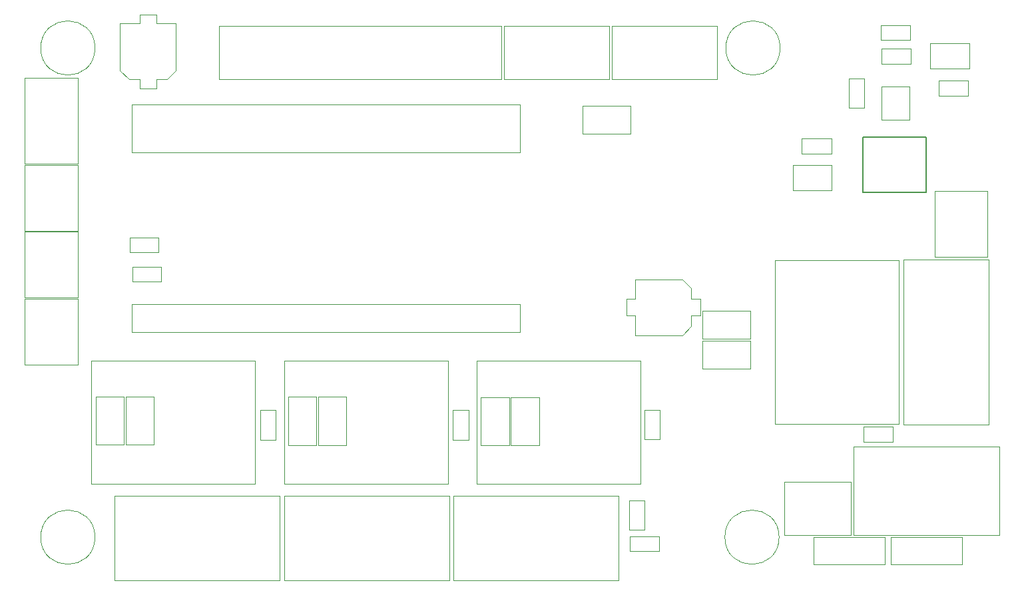
<source format=gbr>
G04 #@! TF.GenerationSoftware,KiCad,Pcbnew,7.0.7+dfsg-1*
G04 #@! TF.CreationDate,2024-09-28T12:15:45+02:00*
G04 #@! TF.ProjectId,motion-board-evoII,6d6f7469-6f6e-42d6-926f-6172642d6576,rev?*
G04 #@! TF.SameCoordinates,Original*
G04 #@! TF.FileFunction,Other,User*
%FSLAX46Y46*%
G04 Gerber Fmt 4.6, Leading zero omitted, Abs format (unit mm)*
G04 Created by KiCad (PCBNEW 7.0.7+dfsg-1) date 2024-09-28 12:15:45*
%MOMM*%
%LPD*%
G01*
G04 APERTURE LIST*
%ADD10C,0.050000*%
%ADD11C,0.100000*%
%ADD12C,0.127000*%
G04 APERTURE END LIST*
D10*
X143462700Y-42530200D02*
X147222700Y-42530200D01*
X143462700Y-44490200D02*
X143462700Y-42530200D01*
X147222700Y-42530200D02*
X147222700Y-44490200D01*
X147222700Y-44490200D02*
X143462700Y-44490200D01*
X107591000Y-38230400D02*
X107591000Y-44330400D01*
X58291000Y-38230400D02*
X107591000Y-38230400D01*
X107591000Y-44330400D02*
X58291000Y-44330400D01*
X58291000Y-44330400D02*
X58291000Y-38230400D01*
X155745400Y-78874400D02*
X140005400Y-78874400D01*
X155745400Y-58054400D02*
X155745400Y-78874400D01*
X140005400Y-78874400D02*
X140005400Y-58054400D01*
X140005400Y-58054400D02*
X155745400Y-58054400D01*
X53568000Y-93298000D02*
G75*
G03*
X53568000Y-93298000I-3450000J0D01*
G01*
X59249600Y-36196000D02*
X61349600Y-36196000D01*
X61349600Y-36196000D02*
X61349600Y-35046000D01*
X57899600Y-35046000D02*
X59249600Y-35046000D01*
X57899600Y-35046000D02*
X56749600Y-33896000D01*
X59249600Y-35046000D02*
X59249600Y-36196000D01*
X61349600Y-35046000D02*
X62699600Y-35046000D01*
X62699600Y-35046000D02*
X63849600Y-33896000D01*
X56749600Y-33896000D02*
X56749600Y-27946000D01*
X63849600Y-33896000D02*
X63849600Y-27946000D01*
X56749600Y-27946000D02*
X59249600Y-27946000D01*
X59249600Y-27946000D02*
X59249600Y-26796000D01*
X61349600Y-27946000D02*
X63849600Y-27946000D01*
X59249600Y-26796000D02*
X61349600Y-26796000D01*
X61349600Y-26796000D02*
X61349600Y-27946000D01*
X160832400Y-35189600D02*
X164592400Y-35189600D01*
X160832400Y-37149600D02*
X160832400Y-35189600D01*
X164592400Y-35189600D02*
X164592400Y-37149600D01*
X164592400Y-37149600D02*
X160832400Y-37149600D01*
X125319400Y-95107800D02*
X121619400Y-95107800D01*
X125319400Y-93207800D02*
X125319400Y-95107800D01*
X121619400Y-95107800D02*
X121619400Y-93207800D01*
X121619400Y-93207800D02*
X125319400Y-93207800D01*
X167086400Y-49247000D02*
X160336400Y-49247000D01*
X160336400Y-49247000D02*
X160336400Y-57647000D01*
X167086400Y-57647000D02*
X167086400Y-49247000D01*
X160336400Y-57647000D02*
X167086400Y-57647000D01*
X130531600Y-65108800D02*
X130531600Y-63008800D01*
X130531600Y-63008800D02*
X129381600Y-63008800D01*
X129381600Y-66458800D02*
X129381600Y-65108800D01*
X129381600Y-66458800D02*
X128231600Y-67608800D01*
X129381600Y-65108800D02*
X130531600Y-65108800D01*
X129381600Y-63008800D02*
X129381600Y-61658800D01*
X129381600Y-61658800D02*
X128231600Y-60508800D01*
X128231600Y-67608800D02*
X122281600Y-67608800D01*
X128231600Y-60508800D02*
X122281600Y-60508800D01*
X122281600Y-67608800D02*
X122281600Y-65108800D01*
X122281600Y-65108800D02*
X121131600Y-65108800D01*
X122281600Y-63008800D02*
X122281600Y-60508800D01*
X121131600Y-65108800D02*
X121131600Y-63008800D01*
X121131600Y-63008800D02*
X122281600Y-63008800D01*
X153496400Y-28183800D02*
X157196400Y-28183800D01*
X153496400Y-30083800D02*
X153496400Y-28183800D01*
X157196400Y-28183800D02*
X157196400Y-30083800D01*
X157196400Y-30083800D02*
X153496400Y-30083800D01*
X51364000Y-62988400D02*
X44614000Y-62988400D01*
X44614000Y-62988400D02*
X44614000Y-71388400D01*
X51364000Y-71388400D02*
X51364000Y-62988400D01*
X44614000Y-71388400D02*
X51364000Y-71388400D01*
X142312300Y-45974200D02*
X147272300Y-45974200D01*
X142312300Y-49174200D02*
X142312300Y-45974200D01*
X147272300Y-45974200D02*
X147272300Y-49174200D01*
X147272300Y-49174200D02*
X142312300Y-49174200D01*
X140563000Y-93298000D02*
G75*
G03*
X140563000Y-93298000I-3450000J0D01*
G01*
X74610400Y-80903300D02*
X74610400Y-77143300D01*
X76570400Y-80903300D02*
X74610400Y-80903300D01*
X74610400Y-77143300D02*
X76570400Y-77143300D01*
X76570400Y-77143300D02*
X76570400Y-80903300D01*
X77598000Y-88016000D02*
X77598000Y-98826000D01*
X77598000Y-98826000D02*
X98598000Y-98826000D01*
X98598000Y-88016000D02*
X77598000Y-88016000D01*
X98598000Y-98826000D02*
X98598000Y-88016000D01*
X77657000Y-86550000D02*
X77657000Y-70810000D01*
X98477000Y-86550000D02*
X77657000Y-86550000D01*
X77657000Y-70810000D02*
X98477000Y-70810000D01*
X98477000Y-70810000D02*
X98477000Y-86550000D01*
X123428800Y-88659200D02*
X123428800Y-92359200D01*
X121528800Y-88659200D02*
X123428800Y-88659200D01*
X123428800Y-92359200D02*
X121528800Y-92359200D01*
X121528800Y-92359200D02*
X121528800Y-88659200D01*
X99096000Y-80899400D02*
X99096000Y-77139400D01*
X101056000Y-80899400D02*
X99096000Y-80899400D01*
X99096000Y-77139400D02*
X101056000Y-77139400D01*
X101056000Y-77139400D02*
X101056000Y-80899400D01*
X105550000Y-28280000D02*
X105550000Y-35030000D01*
X105550000Y-35030000D02*
X118950000Y-35030000D01*
X118950000Y-28280000D02*
X105550000Y-28280000D01*
X118950000Y-35030000D02*
X118950000Y-28280000D01*
X154808800Y-93296800D02*
X163808800Y-93296800D01*
X154808800Y-96796800D02*
X154808800Y-93296800D01*
X163808800Y-93296800D02*
X163808800Y-96796800D01*
X163808800Y-96796800D02*
X154808800Y-96796800D01*
X51364000Y-45919600D02*
X44614000Y-45919600D01*
X44614000Y-45919600D02*
X44614000Y-54319600D01*
X51364000Y-54319600D02*
X51364000Y-45919600D01*
X44614000Y-54319600D02*
X51364000Y-54319600D01*
X130788000Y-68094000D02*
X136938000Y-68094000D01*
X136938000Y-68094000D02*
X136938000Y-64494000D01*
X130788000Y-64494000D02*
X130788000Y-68094000D01*
X136938000Y-64494000D02*
X130788000Y-64494000D01*
X51364000Y-34896000D02*
X44614000Y-34896000D01*
X44614000Y-34896000D02*
X44614000Y-45796000D01*
X51364000Y-45796000D02*
X51364000Y-34896000D01*
X44614000Y-45796000D02*
X51364000Y-45796000D01*
X153989307Y-96781780D02*
X144989307Y-96781780D01*
X153989307Y-93281780D02*
X153989307Y-96781780D01*
X144989307Y-96781780D02*
X144989307Y-93281780D01*
X144989307Y-93281780D02*
X153989307Y-93281780D01*
X58271000Y-67230400D02*
X58271000Y-63680400D01*
X107571000Y-67230400D02*
X58271000Y-67230400D01*
X58271000Y-63680400D02*
X107571000Y-63680400D01*
X107571000Y-63680400D02*
X107571000Y-67230400D01*
D11*
X149993200Y-93034000D02*
X149993200Y-81794000D01*
X168568200Y-93034000D02*
X149993200Y-93034000D01*
X149993200Y-81794000D02*
X168568200Y-81794000D01*
X168568200Y-81794000D02*
X168568200Y-93034000D01*
D10*
X56027000Y-88016000D02*
X56027000Y-98826000D01*
X56027000Y-98826000D02*
X77027000Y-98826000D01*
X77027000Y-88016000D02*
X56027000Y-88016000D01*
X77027000Y-98826000D02*
X77027000Y-88016000D01*
D12*
X159244800Y-42444200D02*
X151244800Y-42444200D01*
X151244800Y-42444200D02*
X151244800Y-49444200D01*
X159244800Y-49444200D02*
X159244800Y-42444200D01*
X151244800Y-49444200D02*
X159244800Y-49444200D01*
D10*
X110029400Y-81632200D02*
X110029400Y-75482200D01*
X110029400Y-75482200D02*
X106429400Y-75482200D01*
X106429400Y-81632200D02*
X110029400Y-81632200D01*
X106429400Y-75482200D02*
X106429400Y-81632200D01*
X102112000Y-86550000D02*
X102112000Y-70810000D01*
X122932000Y-86550000D02*
X102112000Y-86550000D01*
X102112000Y-70810000D02*
X122932000Y-70810000D01*
X122932000Y-70810000D02*
X122932000Y-86550000D01*
X130788000Y-71878600D02*
X136938000Y-71878600D01*
X136938000Y-71878600D02*
X136938000Y-68278600D01*
X130788000Y-68278600D02*
X130788000Y-71878600D01*
X136938000Y-68278600D02*
X130788000Y-68278600D01*
X119274800Y-28290400D02*
X119274800Y-35040400D01*
X119274800Y-35040400D02*
X132674800Y-35040400D01*
X132674800Y-28290400D02*
X119274800Y-28290400D01*
X132674800Y-35040400D02*
X132674800Y-28290400D01*
X106219400Y-81632200D02*
X106219400Y-75482200D01*
X106219400Y-75482200D02*
X102619400Y-75482200D01*
X102619400Y-81632200D02*
X106219400Y-81632200D01*
X102619400Y-75482200D02*
X102619400Y-81632200D01*
X153552800Y-40183200D02*
X153552800Y-35933200D01*
X157102800Y-40183200D02*
X153552800Y-40183200D01*
X153552800Y-35933200D02*
X157102800Y-35933200D01*
X157102800Y-35933200D02*
X157102800Y-40183200D01*
X123429200Y-80874000D02*
X123429200Y-77114000D01*
X125389200Y-80874000D02*
X123429200Y-80874000D01*
X123429200Y-77114000D02*
X125389200Y-77114000D01*
X125389200Y-77114000D02*
X125389200Y-80874000D01*
X115548000Y-41982800D02*
X121698000Y-41982800D01*
X121698000Y-41982800D02*
X121698000Y-38382800D01*
X115548000Y-38382800D02*
X115548000Y-41982800D01*
X121698000Y-38382800D02*
X115548000Y-38382800D01*
X140690000Y-31068000D02*
G75*
G03*
X140690000Y-31068000I-3450000J0D01*
G01*
X53568000Y-31068000D02*
G75*
G03*
X53568000Y-31068000I-3450000J0D01*
G01*
X57238200Y-81561000D02*
X57238200Y-75411000D01*
X57238200Y-75411000D02*
X53638200Y-75411000D01*
X53638200Y-81561000D02*
X57238200Y-81561000D01*
X53638200Y-75411000D02*
X53638200Y-81561000D01*
X58313200Y-58917800D02*
X62013200Y-58917800D01*
X58313200Y-60817800D02*
X58313200Y-58917800D01*
X62013200Y-58917800D02*
X62013200Y-60817800D01*
X62013200Y-60817800D02*
X58313200Y-60817800D01*
X159787500Y-30454800D02*
X164747500Y-30454800D01*
X159787500Y-33654800D02*
X159787500Y-30454800D01*
X164747500Y-30454800D02*
X164747500Y-33654800D01*
X164747500Y-33654800D02*
X159787500Y-33654800D01*
X69375000Y-28288000D02*
X69375000Y-35038000D01*
X69375000Y-35038000D02*
X105275000Y-35038000D01*
X105275000Y-28288000D02*
X69375000Y-28288000D01*
X105275000Y-35038000D02*
X105275000Y-28288000D01*
X151260500Y-79233200D02*
X155020500Y-79233200D01*
X151260500Y-81193200D02*
X151260500Y-79233200D01*
X155020500Y-79233200D02*
X155020500Y-81193200D01*
X155020500Y-81193200D02*
X151260500Y-81193200D01*
X51364000Y-54428600D02*
X44614000Y-54428600D01*
X44614000Y-54428600D02*
X44614000Y-62828600D01*
X51364000Y-62828600D02*
X51364000Y-54428600D01*
X44614000Y-62828600D02*
X51364000Y-62828600D01*
X151398800Y-34941600D02*
X151398800Y-38701600D01*
X149438800Y-34941600D02*
X151398800Y-34941600D01*
X151398800Y-38701600D02*
X149438800Y-38701600D01*
X149438800Y-38701600D02*
X149438800Y-34941600D01*
X149660400Y-92994600D02*
X149660400Y-86244600D01*
X149660400Y-86244600D02*
X141260400Y-86244600D01*
X141260400Y-92994600D02*
X149660400Y-92994600D01*
X141260400Y-86244600D02*
X141260400Y-92994600D01*
X53090000Y-86550000D02*
X53090000Y-70810000D01*
X73910000Y-86550000D02*
X53090000Y-86550000D01*
X53090000Y-70810000D02*
X73910000Y-70810000D01*
X73910000Y-70810000D02*
X73910000Y-86550000D01*
X57967000Y-55158600D02*
X61667000Y-55158600D01*
X57967000Y-57058600D02*
X57967000Y-55158600D01*
X61667000Y-55158600D02*
X61667000Y-57058600D01*
X61667000Y-57058600D02*
X57967000Y-57058600D01*
X85543800Y-81611800D02*
X85543800Y-75461800D01*
X85543800Y-75461800D02*
X81943800Y-75461800D01*
X81943800Y-81611800D02*
X85543800Y-81611800D01*
X81943800Y-75461800D02*
X81943800Y-81611800D01*
X99108000Y-88016000D02*
X99108000Y-98826000D01*
X99108000Y-98826000D02*
X120108000Y-98826000D01*
X120108000Y-88016000D02*
X99108000Y-88016000D01*
X120108000Y-98826000D02*
X120108000Y-88016000D01*
X61058200Y-81561000D02*
X61058200Y-75411000D01*
X61058200Y-75411000D02*
X57458200Y-75411000D01*
X57458200Y-81561000D02*
X61058200Y-81561000D01*
X57458200Y-75411000D02*
X57458200Y-81561000D01*
X156370600Y-78971400D02*
X167180600Y-78971400D01*
X167180600Y-78971400D02*
X167180600Y-57971400D01*
X156370600Y-57971400D02*
X156370600Y-78971400D01*
X167180600Y-57971400D02*
X156370600Y-57971400D01*
X81733800Y-81606800D02*
X81733800Y-75456800D01*
X81733800Y-75456800D02*
X78133800Y-75456800D01*
X78133800Y-81606800D02*
X81733800Y-81606800D01*
X78133800Y-75456800D02*
X78133800Y-81606800D01*
X157272600Y-33055600D02*
X153572600Y-33055600D01*
X157272600Y-31155600D02*
X157272600Y-33055600D01*
X153572600Y-33055600D02*
X153572600Y-31155600D01*
X153572600Y-31155600D02*
X157272600Y-31155600D01*
M02*

</source>
